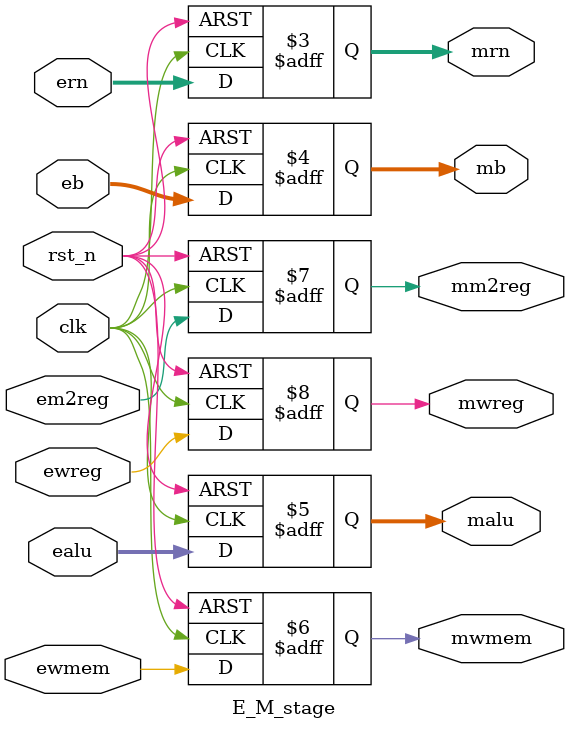
<source format=v>
`timescale 1ns / 1ps


module E_M_stage(
input           clk,rst_n,
input           [4:0]   ern,
input           [31:0]  eb,ealu,
input           ewmem,em2reg,ewreg,        

output  reg      [4:0]   mrn,
output  reg      [31:0]  mb,malu,
output  reg      mwmem,mm2reg,mwreg 
    );
    
    
    
    
    always @(posedge clk or negedge rst_n)begin
        if(~rst_n) begin
            malu<=32'b0;
            mb<=32'b0;
            mrn<=5'b0;
            mwmem<=1'b0;
            mm2reg<=1'b0;
            mwreg<=1'b0;

        end else begin
            malu    <=ealu  ;
            mb      <=eb    ;
            mrn     <=ern   ; 
            mwmem   <=ewmem ;
            mm2reg  <=em2reg;
            mwreg   <=ewreg ;

        end
    
    end    
        
    
    
endmodule

</source>
